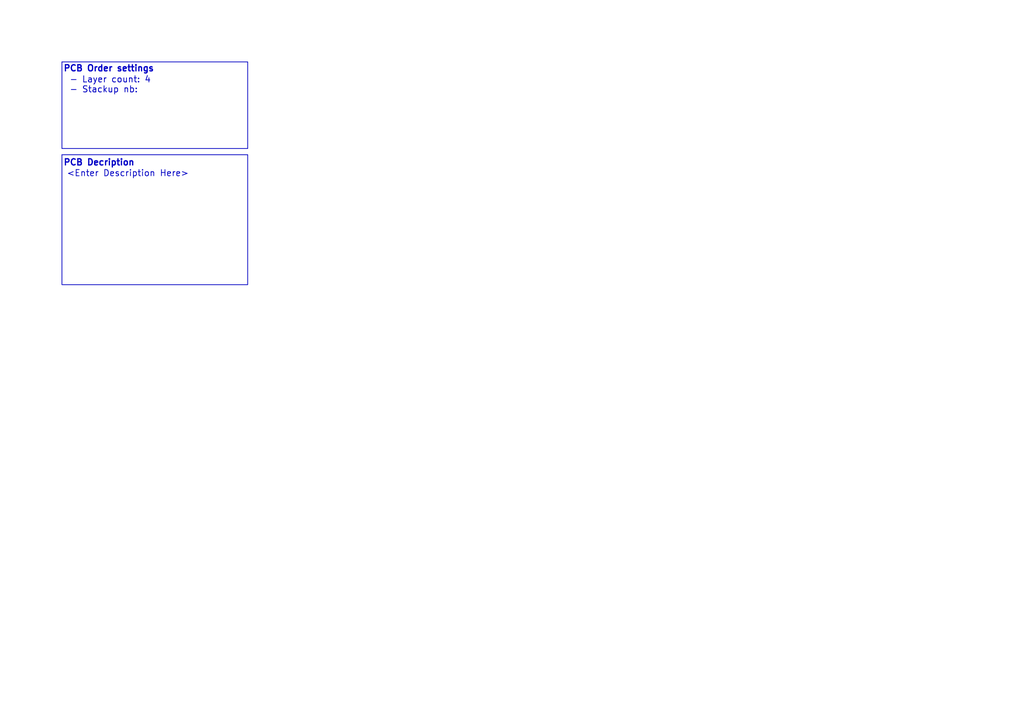
<source format=kicad_sch>
(kicad_sch
	(version 20231120)
	(generator "eeschema")
	(generator_version "8.0")
	(uuid "a4fa9b30-7b48-474a-bdaa-0d7a6d26a697")
	(paper "A5")
	(title_block
		(title "<SET_PROJECT_NAME>")
		(date "2025-02-07")
		(rev "0")
	)
	(lib_symbols)
	(rectangle
		(start 12.7 12.7)
		(end 50.8 30.48)
		(stroke
			(width 0)
			(type default)
		)
		(fill
			(type none)
		)
		(uuid 4cd4b96b-884b-471e-8d89-027780ec13bf)
	)
	(text_box "\n<Enter Description Here>\n"
		(exclude_from_sim no)
		(at 12.7 31.75 0)
		(size 38.1 26.67)
		(stroke
			(width 0)
			(type default)
		)
		(fill
			(type none)
		)
		(effects
			(font
				(size 1.27 1.27)
			)
			(justify left top)
		)
		(uuid "6327f84d-2da6-4155-ba4d-8aaf0628c53b")
	)
	(text "- Layer count: 4\n- Stackup nb: \n"
		(exclude_from_sim no)
		(at 14.224 15.748 0)
		(effects
			(font
				(size 1.27 1.27)
				(thickness 0.1588)
			)
			(justify left top)
		)
		(uuid "8a08713b-56d6-4ce6-b1f2-1c4720b55b92")
	)
	(text "PCB Decription"
		(exclude_from_sim no)
		(at 12.954 33.528 0)
		(effects
			(font
				(size 1.27 1.27)
				(thickness 0.254)
				(bold yes)
			)
			(justify left)
		)
		(uuid "ad8f6794-e4a6-42b7-a757-f58a3336bb92")
	)
	(text "PCB Order settings"
		(exclude_from_sim no)
		(at 12.954 14.224 0)
		(effects
			(font
				(size 1.27 1.27)
				(thickness 0.254)
				(bold yes)
			)
			(justify left)
		)
		(uuid "e8f6bc66-72af-4902-bea7-bb04cc8a6549")
	)
	(sheet_instances
		(path "/"
			(page "1")
		)
	)
)

</source>
